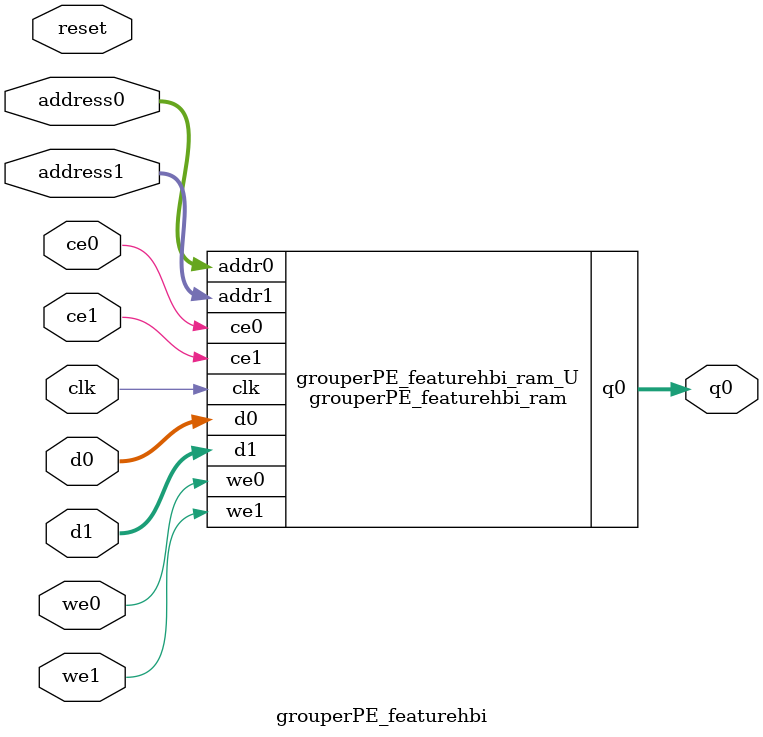
<source format=v>
`timescale 1 ns / 1 ps
module grouperPE_featurehbi_ram (addr0, ce0, d0, we0, q0, addr1, ce1, d1, we1,  clk);

parameter DWIDTH = 8;
parameter AWIDTH = 12;
parameter MEM_SIZE = 4096;

input[AWIDTH-1:0] addr0;
input ce0;
input[DWIDTH-1:0] d0;
input we0;
output reg[DWIDTH-1:0] q0;
input[AWIDTH-1:0] addr1;
input ce1;
input[DWIDTH-1:0] d1;
input we1;
input clk;

(* ram_style = "block" *)reg [DWIDTH-1:0] ram[0:MEM_SIZE-1];




always @(posedge clk)  
begin 
    if (ce0) 
    begin
        if (we0) 
        begin 
            ram[addr0] <= d0; 
        end 
        q0 <= ram[addr0];
    end
end


always @(posedge clk)  
begin 
    if (ce1) 
    begin
        if (we1) 
        begin 
            ram[addr1] <= d1; 
        end 
    end
end


endmodule

`timescale 1 ns / 1 ps
module grouperPE_featurehbi(
    reset,
    clk,
    address0,
    ce0,
    we0,
    d0,
    q0,
    address1,
    ce1,
    we1,
    d1);

parameter DataWidth = 32'd8;
parameter AddressRange = 32'd4096;
parameter AddressWidth = 32'd12;
input reset;
input clk;
input[AddressWidth - 1:0] address0;
input ce0;
input we0;
input[DataWidth - 1:0] d0;
output[DataWidth - 1:0] q0;
input[AddressWidth - 1:0] address1;
input ce1;
input we1;
input[DataWidth - 1:0] d1;



grouperPE_featurehbi_ram grouperPE_featurehbi_ram_U(
    .clk( clk ),
    .addr0( address0 ),
    .ce0( ce0 ),
    .we0( we0 ),
    .d0( d0 ),
    .q0( q0 ),
    .addr1( address1 ),
    .ce1( ce1 ),
    .we1( we1 ),
    .d1( d1 ));

endmodule


</source>
